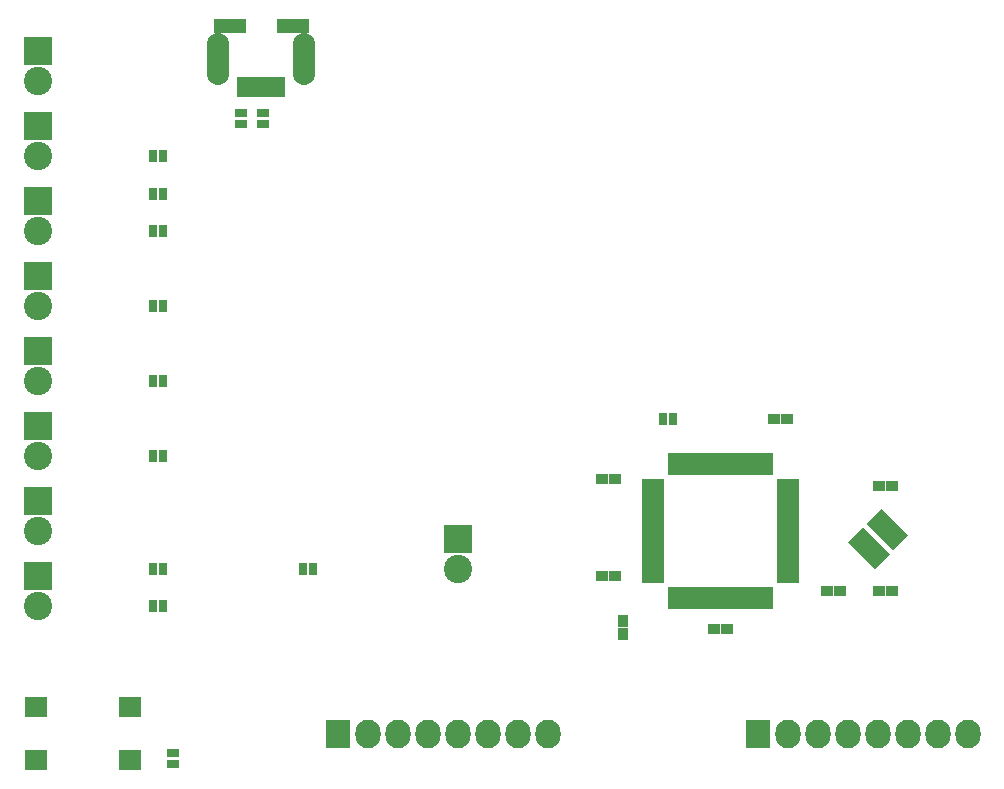
<source format=gts>
G04 #@! TF.FileFunction,Soldermask,Top*
%FSLAX46Y46*%
G04 Gerber Fmt 4.6, Leading zero omitted, Abs format (unit mm)*
G04 Created by KiCad (PCBNEW 4.0.2+dfsg1-stable) date Tue 17 Jul 2018 08:19:24 PM MDT*
%MOMM*%
G01*
G04 APERTURE LIST*
%ADD10C,0.100000*%
%ADD11R,0.950000X1.900000*%
%ADD12R,1.900000X0.950000*%
%ADD13R,2.750000X1.200000*%
%ADD14R,0.900000X1.800000*%
%ADD15O,1.900000X4.400000*%
%ADD16R,1.000000X0.800000*%
%ADD17R,1.000000X0.900000*%
%ADD18R,0.900000X1.000000*%
%ADD19R,2.127200X2.432000*%
%ADD20O,2.127200X2.432000*%
%ADD21R,0.800000X1.000000*%
%ADD22R,1.950000X1.700000*%
%ADD23R,2.400000X2.400000*%
%ADD24C,2.400000*%
G04 APERTURE END LIST*
D10*
D11*
X157925000Y-100950000D03*
X158725000Y-100950000D03*
X159525000Y-100950000D03*
X160325000Y-100950000D03*
X161125000Y-100950000D03*
X161925000Y-100950000D03*
X162725000Y-100950000D03*
X163525000Y-100950000D03*
X164325000Y-100950000D03*
X165125000Y-100950000D03*
X165925000Y-100950000D03*
D12*
X167625000Y-99250000D03*
X167625000Y-98450000D03*
X167625000Y-97650000D03*
X167625000Y-96850000D03*
X167625000Y-96050000D03*
X167625000Y-95250000D03*
X167625000Y-94450000D03*
X167625000Y-93650000D03*
X167625000Y-92850000D03*
X167625000Y-92050000D03*
X167625000Y-91250000D03*
D11*
X165925000Y-89550000D03*
X165125000Y-89550000D03*
X164325000Y-89550000D03*
X163525000Y-89550000D03*
X162725000Y-89550000D03*
X161925000Y-89550000D03*
X161125000Y-89550000D03*
X160325000Y-89550000D03*
X159525000Y-89550000D03*
X158725000Y-89550000D03*
X157925000Y-89550000D03*
D12*
X156225000Y-91250000D03*
X156225000Y-92050000D03*
X156225000Y-92850000D03*
X156225000Y-93650000D03*
X156225000Y-94450000D03*
X156225000Y-95250000D03*
X156225000Y-96050000D03*
X156225000Y-96850000D03*
X156225000Y-97650000D03*
X156225000Y-98450000D03*
X156225000Y-99250000D03*
D13*
X120355000Y-52445000D03*
X125705000Y-52445000D03*
D14*
X124630000Y-57645000D03*
X123830000Y-57645000D03*
X123030000Y-57645000D03*
X122230000Y-57645000D03*
X121430000Y-57645000D03*
D15*
X126680000Y-55245000D03*
X119380000Y-55245000D03*
D16*
X115570000Y-114035000D03*
X115570000Y-114935000D03*
D10*
G36*
X174977157Y-98430585D02*
X173845786Y-97299214D01*
X175118579Y-96026421D01*
X176249950Y-97157792D01*
X174977157Y-98430585D01*
X174977157Y-98430585D01*
G37*
G36*
X176532792Y-96874950D02*
X175401421Y-95743579D01*
X176674214Y-94470786D01*
X177805585Y-95602157D01*
X176532792Y-96874950D01*
X176532792Y-96874950D01*
G37*
G36*
X173845786Y-97299214D02*
X172714415Y-96167843D01*
X173987208Y-94895050D01*
X175118579Y-96026421D01*
X173845786Y-97299214D01*
X173845786Y-97299214D01*
G37*
G36*
X175401421Y-95743579D02*
X174270050Y-94612208D01*
X175542843Y-93339415D01*
X176674214Y-94470786D01*
X175401421Y-95743579D01*
X175401421Y-95743579D01*
G37*
D17*
X175345000Y-100330000D03*
X176445000Y-100330000D03*
X175345000Y-91440000D03*
X176445000Y-91440000D03*
X162475000Y-103505000D03*
X161375000Y-103505000D03*
X152950000Y-99060000D03*
X151850000Y-99060000D03*
X152950000Y-90805000D03*
X151850000Y-90805000D03*
X170900000Y-100330000D03*
X172000000Y-100330000D03*
X166455000Y-85725000D03*
X167555000Y-85725000D03*
D18*
X153670000Y-102870000D03*
X153670000Y-103970000D03*
D19*
X129540000Y-112395000D03*
D20*
X132080000Y-112395000D03*
X134620000Y-112395000D03*
X137160000Y-112395000D03*
X139700000Y-112395000D03*
X142240000Y-112395000D03*
X144780000Y-112395000D03*
X147320000Y-112395000D03*
D19*
X165100000Y-112395000D03*
D20*
X167640000Y-112395000D03*
X170180000Y-112395000D03*
X172720000Y-112395000D03*
X175260000Y-112395000D03*
X177800000Y-112395000D03*
X180340000Y-112395000D03*
X182880000Y-112395000D03*
D21*
X157030000Y-85725000D03*
X157930000Y-85725000D03*
D16*
X121285000Y-60775000D03*
X121285000Y-59875000D03*
X123190000Y-60775000D03*
X123190000Y-59875000D03*
D21*
X114750000Y-101600000D03*
X113850000Y-101600000D03*
X114750000Y-98425000D03*
X113850000Y-98425000D03*
X114750000Y-88900000D03*
X113850000Y-88900000D03*
X114750000Y-82550000D03*
X113850000Y-82550000D03*
X114750000Y-76200000D03*
X113850000Y-76200000D03*
X114750000Y-69850000D03*
X113850000Y-69850000D03*
X114750000Y-66675000D03*
X113850000Y-66675000D03*
X114750000Y-63500000D03*
X113850000Y-63500000D03*
X126550000Y-98425000D03*
X127450000Y-98425000D03*
D22*
X103975000Y-114645000D03*
X103975000Y-110145000D03*
X111925000Y-110145000D03*
X111925000Y-114645000D03*
D23*
X104140000Y-99060000D03*
D24*
X104140000Y-101600000D03*
D23*
X104140000Y-92710000D03*
D24*
X104140000Y-95250000D03*
D23*
X104140000Y-86360000D03*
D24*
X104140000Y-88900000D03*
D23*
X104140000Y-80010000D03*
D24*
X104140000Y-82550000D03*
D23*
X104140000Y-73660000D03*
D24*
X104140000Y-76200000D03*
D23*
X104140000Y-67310000D03*
D24*
X104140000Y-69850000D03*
D23*
X104140000Y-60960000D03*
D24*
X104140000Y-63500000D03*
D23*
X104140000Y-54610000D03*
D24*
X104140000Y-57150000D03*
D23*
X139700000Y-95885000D03*
D24*
X139700000Y-98425000D03*
M02*

</source>
